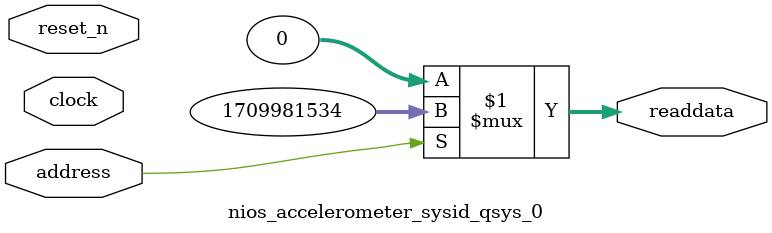
<source format=v>



// synthesis translate_off
`timescale 1ns / 1ps
// synthesis translate_on

// turn off superfluous verilog processor warnings 
// altera message_level Level1 
// altera message_off 10034 10035 10036 10037 10230 10240 10030 

module nios_accelerometer_sysid_qsys_0 (
               // inputs:
                address,
                clock,
                reset_n,

               // outputs:
                readdata
             )
;

  output  [ 31: 0] readdata;
  input            address;
  input            clock;
  input            reset_n;

  wire    [ 31: 0] readdata;
  //control_slave, which is an e_avalon_slave
  assign readdata = address ? 1709981534 : 0;

endmodule



</source>
